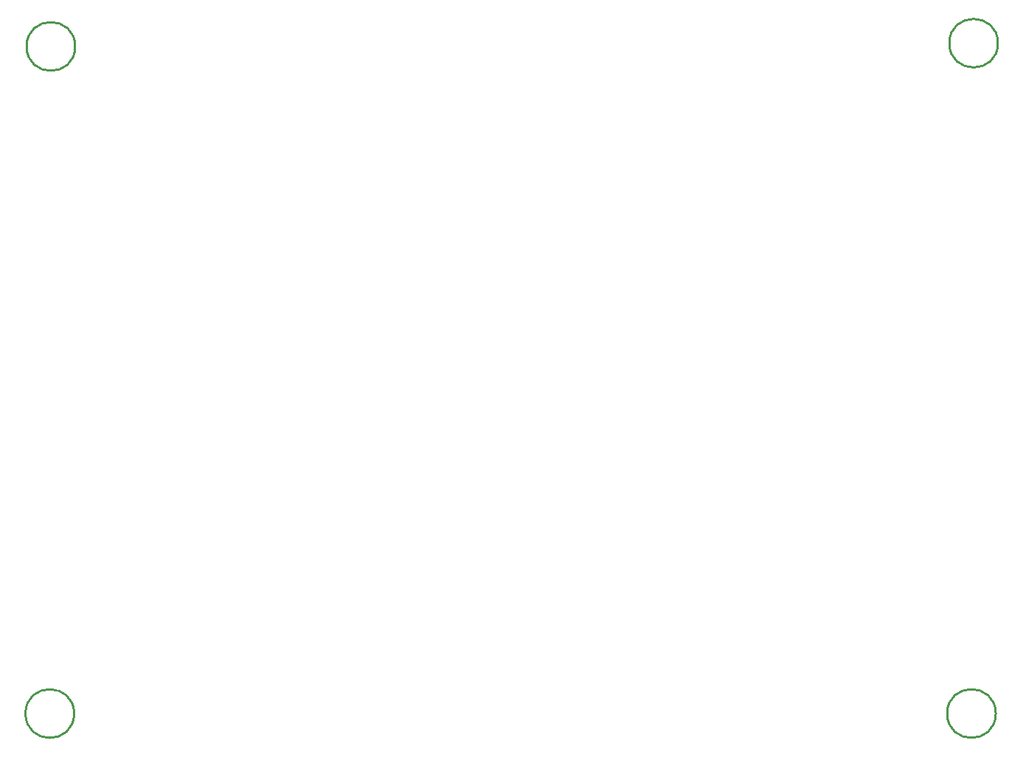
<source format=gko>
%FSLAX24Y24*%
%MOIN*%
G70*
G01*
G75*
G04 Layer_Color=16711935*
%ADD10R,0.0551X0.0591*%
%ADD11R,0.0354X0.0394*%
%ADD12R,0.0394X0.0354*%
%ADD13R,0.0315X0.0354*%
%ADD14R,0.0354X0.0315*%
%ADD15R,0.0591X0.0512*%
%ADD16R,0.0512X0.0591*%
%ADD17R,0.0610X0.0591*%
%ADD18R,0.0532X0.0157*%
%ADD19R,0.0433X0.0709*%
%ADD20O,0.0138X0.0669*%
%ADD21O,0.0886X0.0157*%
%ADD22O,0.0236X0.0768*%
%ADD23O,0.0768X0.0236*%
%ADD24R,0.0827X0.0157*%
%ADD25R,0.0394X0.0394*%
%ADD26R,0.0394X0.0394*%
%ADD27R,0.0512X0.1063*%
%ADD28R,0.0315X0.0315*%
%ADD29R,0.0315X0.0315*%
%ADD30R,0.0118X0.0571*%
%ADD31R,0.2047X0.3445*%
%ADD32C,0.0100*%
%ADD33C,0.0200*%
%ADD34C,0.0198*%
%ADD35C,0.3500*%
%ADD36C,0.0500*%
%ADD37C,0.0787*%
%ADD38C,0.1575*%
%ADD39C,0.0610*%
%ADD40C,0.0492*%
%ADD41C,0.0750*%
%ADD42C,0.0394*%
%ADD43C,0.2200*%
%ADD44C,0.0300*%
%ADD45C,0.0100*%
%ADD46C,0.0098*%
%ADD47C,0.0236*%
%ADD48C,0.0157*%
%ADD49C,0.0079*%
%ADD50C,0.0080*%
%ADD51R,0.0631X0.0671*%
%ADD52R,0.0434X0.0474*%
%ADD53R,0.0474X0.0434*%
%ADD54R,0.0395X0.0434*%
%ADD55R,0.0434X0.0395*%
%ADD56R,0.0671X0.0592*%
%ADD57R,0.0592X0.0671*%
%ADD58R,0.0690X0.0671*%
%ADD59R,0.0612X0.0237*%
%ADD60R,0.0513X0.0789*%
%ADD61O,0.0218X0.0749*%
%ADD62O,0.0966X0.0237*%
%ADD63O,0.0316X0.0848*%
%ADD64O,0.0848X0.0316*%
%ADD65R,0.0907X0.0237*%
%ADD66R,0.0474X0.0474*%
%ADD67R,0.0474X0.0474*%
%ADD68R,0.0592X0.1143*%
%ADD69R,0.0395X0.0395*%
%ADD70R,0.0395X0.0395*%
%ADD71R,0.0198X0.0651*%
%ADD72R,0.2127X0.3525*%
%ADD73C,0.0867*%
%ADD74C,0.1655*%
%ADD75C,0.0690*%
%ADD76C,0.0572*%
%ADD77C,0.0830*%
%ADD78C,0.0474*%
%ADD79C,0.2280*%
%ADD80C,0.0380*%
D32*
X2626Y1526D02*
G03*
X2626Y1526I-1100J0D01*
G01*
X44309D02*
G03*
X44309Y1526I-1100J0D01*
G01*
X2675Y31693D02*
G03*
X2675Y31693I-1100J0D01*
G01*
X44407Y31841D02*
G03*
X44407Y31841I-1100J0D01*
G01*
M02*

</source>
